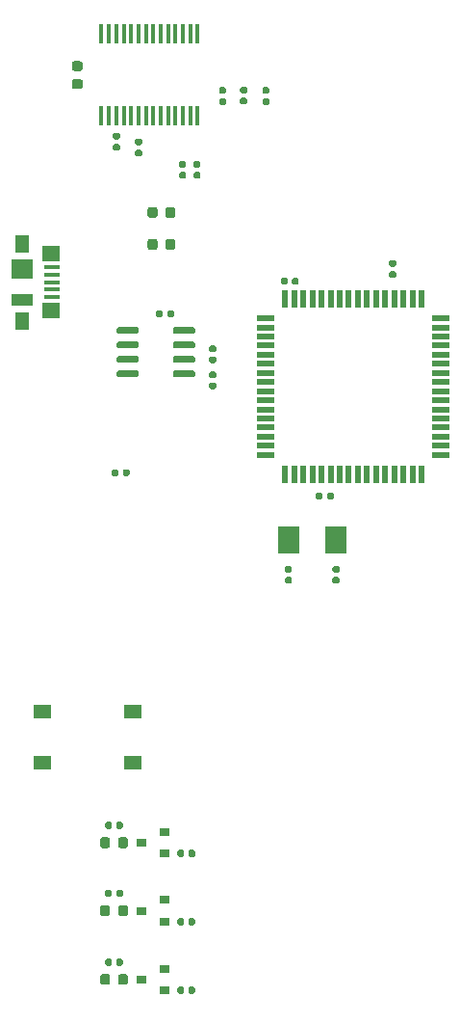
<source format=gtp>
G04 #@! TF.GenerationSoftware,KiCad,Pcbnew,5.1.6-c6e7f7d~86~ubuntu18.04.1*
G04 #@! TF.CreationDate,2020-07-07T21:11:44+12:00*
G04 #@! TF.ProjectId,M1 Control Card,4d312043-6f6e-4747-926f-6c2043617264,rev?*
G04 #@! TF.SameCoordinates,Original*
G04 #@! TF.FileFunction,Paste,Top*
G04 #@! TF.FilePolarity,Positive*
%FSLAX46Y46*%
G04 Gerber Fmt 4.6, Leading zero omitted, Abs format (unit mm)*
G04 Created by KiCad (PCBNEW 5.1.6-c6e7f7d~86~ubuntu18.04.1) date 2020-07-07 21:11:44*
%MOMM*%
%LPD*%
G01*
G04 APERTURE LIST*
%ADD10R,0.900000X0.800000*%
%ADD11R,0.450000X1.750000*%
%ADD12R,1.500000X0.550000*%
%ADD13R,0.550000X1.500000*%
%ADD14R,1.380000X0.450000*%
%ADD15R,1.550000X1.425000*%
%ADD16R,1.300000X1.650000*%
%ADD17R,1.900000X1.800000*%
%ADD18R,1.900000X1.000000*%
%ADD19R,1.900000X2.400000*%
%ADD20R,1.550000X1.300000*%
G04 APERTURE END LIST*
G36*
G01*
X145043500Y-57168000D02*
X145388500Y-57168000D01*
G75*
G02*
X145536000Y-57315500I0J-147500D01*
G01*
X145536000Y-57610500D01*
G75*
G02*
X145388500Y-57758000I-147500J0D01*
G01*
X145043500Y-57758000D01*
G75*
G02*
X144896000Y-57610500I0J147500D01*
G01*
X144896000Y-57315500D01*
G75*
G02*
X145043500Y-57168000I147500J0D01*
G01*
G37*
G36*
G01*
X145043500Y-58138000D02*
X145388500Y-58138000D01*
G75*
G02*
X145536000Y-58285500I0J-147500D01*
G01*
X145536000Y-58580500D01*
G75*
G02*
X145388500Y-58728000I-147500J0D01*
G01*
X145043500Y-58728000D01*
G75*
G02*
X144896000Y-58580500I0J147500D01*
G01*
X144896000Y-58285500D01*
G75*
G02*
X145043500Y-58138000I147500J0D01*
G01*
G37*
G36*
G01*
X133085000Y-123249750D02*
X133085000Y-123762250D01*
G75*
G02*
X132866250Y-123981000I-218750J0D01*
G01*
X132428750Y-123981000D01*
G75*
G02*
X132210000Y-123762250I0J218750D01*
G01*
X132210000Y-123249750D01*
G75*
G02*
X132428750Y-123031000I218750J0D01*
G01*
X132866250Y-123031000D01*
G75*
G02*
X133085000Y-123249750I0J-218750D01*
G01*
G37*
G36*
G01*
X131510000Y-123249750D02*
X131510000Y-123762250D01*
G75*
G02*
X131291250Y-123981000I-218750J0D01*
G01*
X130853750Y-123981000D01*
G75*
G02*
X130635000Y-123762250I0J218750D01*
G01*
X130635000Y-123249750D01*
G75*
G02*
X130853750Y-123031000I218750J0D01*
G01*
X131291250Y-123031000D01*
G75*
G02*
X131510000Y-123249750I0J-218750D01*
G01*
G37*
G36*
G01*
X131510000Y-129223750D02*
X131510000Y-129736250D01*
G75*
G02*
X131291250Y-129955000I-218750J0D01*
G01*
X130853750Y-129955000D01*
G75*
G02*
X130635000Y-129736250I0J218750D01*
G01*
X130635000Y-129223750D01*
G75*
G02*
X130853750Y-129005000I218750J0D01*
G01*
X131291250Y-129005000D01*
G75*
G02*
X131510000Y-129223750I0J-218750D01*
G01*
G37*
G36*
G01*
X133085000Y-129223750D02*
X133085000Y-129736250D01*
G75*
G02*
X132866250Y-129955000I-218750J0D01*
G01*
X132428750Y-129955000D01*
G75*
G02*
X132210000Y-129736250I0J218750D01*
G01*
X132210000Y-129223750D01*
G75*
G02*
X132428750Y-129005000I218750J0D01*
G01*
X132866250Y-129005000D01*
G75*
G02*
X133085000Y-129223750I0J-218750D01*
G01*
G37*
G36*
G01*
X137254000Y-70713750D02*
X137254000Y-71226250D01*
G75*
G02*
X137035250Y-71445000I-218750J0D01*
G01*
X136597750Y-71445000D01*
G75*
G02*
X136379000Y-71226250I0J218750D01*
G01*
X136379000Y-70713750D01*
G75*
G02*
X136597750Y-70495000I218750J0D01*
G01*
X137035250Y-70495000D01*
G75*
G02*
X137254000Y-70713750I0J-218750D01*
G01*
G37*
G36*
G01*
X135679000Y-70713750D02*
X135679000Y-71226250D01*
G75*
G02*
X135460250Y-71445000I-218750J0D01*
G01*
X135022750Y-71445000D01*
G75*
G02*
X134804000Y-71226250I0J218750D01*
G01*
X134804000Y-70713750D01*
G75*
G02*
X135022750Y-70495000I218750J0D01*
G01*
X135460250Y-70495000D01*
G75*
G02*
X135679000Y-70713750I0J-218750D01*
G01*
G37*
G36*
G01*
X135679000Y-67913750D02*
X135679000Y-68426250D01*
G75*
G02*
X135460250Y-68645000I-218750J0D01*
G01*
X135022750Y-68645000D01*
G75*
G02*
X134804000Y-68426250I0J218750D01*
G01*
X134804000Y-67913750D01*
G75*
G02*
X135022750Y-67695000I218750J0D01*
G01*
X135460250Y-67695000D01*
G75*
G02*
X135679000Y-67913750I0J-218750D01*
G01*
G37*
G36*
G01*
X137254000Y-67913750D02*
X137254000Y-68426250D01*
G75*
G02*
X137035250Y-68645000I-218750J0D01*
G01*
X136597750Y-68645000D01*
G75*
G02*
X136379000Y-68426250I0J218750D01*
G01*
X136379000Y-67913750D01*
G75*
G02*
X136597750Y-67695000I218750J0D01*
G01*
X137035250Y-67695000D01*
G75*
G02*
X137254000Y-67913750I0J-218750D01*
G01*
G37*
G36*
G01*
X133085000Y-135254750D02*
X133085000Y-135767250D01*
G75*
G02*
X132866250Y-135986000I-218750J0D01*
G01*
X132428750Y-135986000D01*
G75*
G02*
X132210000Y-135767250I0J218750D01*
G01*
X132210000Y-135254750D01*
G75*
G02*
X132428750Y-135036000I218750J0D01*
G01*
X132866250Y-135036000D01*
G75*
G02*
X133085000Y-135254750I0J-218750D01*
G01*
G37*
G36*
G01*
X131510000Y-135254750D02*
X131510000Y-135767250D01*
G75*
G02*
X131291250Y-135986000I-218750J0D01*
G01*
X130853750Y-135986000D01*
G75*
G02*
X130635000Y-135767250I0J218750D01*
G01*
X130635000Y-135254750D01*
G75*
G02*
X130853750Y-135036000I218750J0D01*
G01*
X131291250Y-135036000D01*
G75*
G02*
X131510000Y-135254750I0J-218750D01*
G01*
G37*
D10*
X136289000Y-124456000D03*
X136289000Y-122556000D03*
X134289000Y-123506000D03*
X136289000Y-130430000D03*
X136289000Y-128530000D03*
X134289000Y-129480000D03*
X134289000Y-135511000D03*
X136289000Y-134561000D03*
X136289000Y-136461000D03*
D11*
X139206000Y-52507000D03*
X138556000Y-52507000D03*
X137906000Y-52507000D03*
X137256000Y-52507000D03*
X136606000Y-52507000D03*
X135956000Y-52507000D03*
X135306000Y-52507000D03*
X134656000Y-52507000D03*
X134006000Y-52507000D03*
X133356000Y-52507000D03*
X132706000Y-52507000D03*
X132056000Y-52507000D03*
X131406000Y-52507000D03*
X130756000Y-52507000D03*
X130756000Y-59707000D03*
X131406000Y-59707000D03*
X132056000Y-59707000D03*
X132706000Y-59707000D03*
X133356000Y-59707000D03*
X134006000Y-59707000D03*
X134656000Y-59707000D03*
X135306000Y-59707000D03*
X135956000Y-59707000D03*
X136606000Y-59707000D03*
X137256000Y-59707000D03*
X137906000Y-59707000D03*
X138556000Y-59707000D03*
X139206000Y-59707000D03*
G36*
G01*
X132073000Y-78682000D02*
X132073000Y-78382000D01*
G75*
G02*
X132223000Y-78232000I150000J0D01*
G01*
X133873000Y-78232000D01*
G75*
G02*
X134023000Y-78382000I0J-150000D01*
G01*
X134023000Y-78682000D01*
G75*
G02*
X133873000Y-78832000I-150000J0D01*
G01*
X132223000Y-78832000D01*
G75*
G02*
X132073000Y-78682000I0J150000D01*
G01*
G37*
G36*
G01*
X132073000Y-79952000D02*
X132073000Y-79652000D01*
G75*
G02*
X132223000Y-79502000I150000J0D01*
G01*
X133873000Y-79502000D01*
G75*
G02*
X134023000Y-79652000I0J-150000D01*
G01*
X134023000Y-79952000D01*
G75*
G02*
X133873000Y-80102000I-150000J0D01*
G01*
X132223000Y-80102000D01*
G75*
G02*
X132073000Y-79952000I0J150000D01*
G01*
G37*
G36*
G01*
X132073000Y-81222000D02*
X132073000Y-80922000D01*
G75*
G02*
X132223000Y-80772000I150000J0D01*
G01*
X133873000Y-80772000D01*
G75*
G02*
X134023000Y-80922000I0J-150000D01*
G01*
X134023000Y-81222000D01*
G75*
G02*
X133873000Y-81372000I-150000J0D01*
G01*
X132223000Y-81372000D01*
G75*
G02*
X132073000Y-81222000I0J150000D01*
G01*
G37*
G36*
G01*
X132073000Y-82492000D02*
X132073000Y-82192000D01*
G75*
G02*
X132223000Y-82042000I150000J0D01*
G01*
X133873000Y-82042000D01*
G75*
G02*
X134023000Y-82192000I0J-150000D01*
G01*
X134023000Y-82492000D01*
G75*
G02*
X133873000Y-82642000I-150000J0D01*
G01*
X132223000Y-82642000D01*
G75*
G02*
X132073000Y-82492000I0J150000D01*
G01*
G37*
G36*
G01*
X137023000Y-82492000D02*
X137023000Y-82192000D01*
G75*
G02*
X137173000Y-82042000I150000J0D01*
G01*
X138823000Y-82042000D01*
G75*
G02*
X138973000Y-82192000I0J-150000D01*
G01*
X138973000Y-82492000D01*
G75*
G02*
X138823000Y-82642000I-150000J0D01*
G01*
X137173000Y-82642000D01*
G75*
G02*
X137023000Y-82492000I0J150000D01*
G01*
G37*
G36*
G01*
X137023000Y-81222000D02*
X137023000Y-80922000D01*
G75*
G02*
X137173000Y-80772000I150000J0D01*
G01*
X138823000Y-80772000D01*
G75*
G02*
X138973000Y-80922000I0J-150000D01*
G01*
X138973000Y-81222000D01*
G75*
G02*
X138823000Y-81372000I-150000J0D01*
G01*
X137173000Y-81372000D01*
G75*
G02*
X137023000Y-81222000I0J150000D01*
G01*
G37*
G36*
G01*
X137023000Y-79952000D02*
X137023000Y-79652000D01*
G75*
G02*
X137173000Y-79502000I150000J0D01*
G01*
X138823000Y-79502000D01*
G75*
G02*
X138973000Y-79652000I0J-150000D01*
G01*
X138973000Y-79952000D01*
G75*
G02*
X138823000Y-80102000I-150000J0D01*
G01*
X137173000Y-80102000D01*
G75*
G02*
X137023000Y-79952000I0J150000D01*
G01*
G37*
G36*
G01*
X137023000Y-78682000D02*
X137023000Y-78382000D01*
G75*
G02*
X137173000Y-78232000I150000J0D01*
G01*
X138823000Y-78232000D01*
G75*
G02*
X138973000Y-78382000I0J-150000D01*
G01*
X138973000Y-78682000D01*
G75*
G02*
X138823000Y-78832000I-150000J0D01*
G01*
X137173000Y-78832000D01*
G75*
G02*
X137023000Y-78682000I0J150000D01*
G01*
G37*
D12*
X145215000Y-77455000D03*
X145215000Y-78255000D03*
X145215000Y-79055000D03*
X145215000Y-79855000D03*
X145215000Y-80655000D03*
X145215000Y-81455000D03*
X145215000Y-82255000D03*
X145215000Y-83055000D03*
X145215000Y-83855000D03*
X145215000Y-84655000D03*
X145215000Y-85455000D03*
X145215000Y-86255000D03*
X145215000Y-87055000D03*
X145215000Y-87855000D03*
X145215000Y-88655000D03*
X145215000Y-89455000D03*
D13*
X146915000Y-91155000D03*
X147715000Y-91155000D03*
X148515000Y-91155000D03*
X149315000Y-91155000D03*
X150115000Y-91155000D03*
X150915000Y-91155000D03*
X151715000Y-91155000D03*
X152515000Y-91155000D03*
X153315000Y-91155000D03*
X154115000Y-91155000D03*
X154915000Y-91155000D03*
X155715000Y-91155000D03*
X156515000Y-91155000D03*
X157315000Y-91155000D03*
X158115000Y-91155000D03*
X158915000Y-91155000D03*
D12*
X160615000Y-89455000D03*
X160615000Y-88655000D03*
X160615000Y-87855000D03*
X160615000Y-87055000D03*
X160615000Y-86255000D03*
X160615000Y-85455000D03*
X160615000Y-84655000D03*
X160615000Y-83855000D03*
X160615000Y-83055000D03*
X160615000Y-82255000D03*
X160615000Y-81455000D03*
X160615000Y-80655000D03*
X160615000Y-79855000D03*
X160615000Y-79055000D03*
X160615000Y-78255000D03*
X160615000Y-77455000D03*
D13*
X158915000Y-75755000D03*
X158115000Y-75755000D03*
X157315000Y-75755000D03*
X156515000Y-75755000D03*
X155715000Y-75755000D03*
X154915000Y-75755000D03*
X154115000Y-75755000D03*
X153315000Y-75755000D03*
X152515000Y-75755000D03*
X151715000Y-75755000D03*
X150915000Y-75755000D03*
X150115000Y-75755000D03*
X149315000Y-75755000D03*
X148515000Y-75755000D03*
X147715000Y-75755000D03*
X146915000Y-75755000D03*
D14*
X126399000Y-72984000D03*
X126399000Y-73634000D03*
X126399000Y-74284000D03*
X126399000Y-74934000D03*
X126399000Y-75584000D03*
D15*
X126314000Y-71796500D03*
X126314000Y-76771500D03*
D16*
X123739000Y-70909000D03*
X123739000Y-77659000D03*
D17*
X123739000Y-73134000D03*
D18*
X123739000Y-75834000D03*
G36*
G01*
X133833500Y-61677000D02*
X134178500Y-61677000D01*
G75*
G02*
X134326000Y-61824500I0J-147500D01*
G01*
X134326000Y-62119500D01*
G75*
G02*
X134178500Y-62267000I-147500J0D01*
G01*
X133833500Y-62267000D01*
G75*
G02*
X133686000Y-62119500I0J147500D01*
G01*
X133686000Y-61824500D01*
G75*
G02*
X133833500Y-61677000I147500J0D01*
G01*
G37*
G36*
G01*
X133833500Y-62647000D02*
X134178500Y-62647000D01*
G75*
G02*
X134326000Y-62794500I0J-147500D01*
G01*
X134326000Y-63089500D01*
G75*
G02*
X134178500Y-63237000I-147500J0D01*
G01*
X133833500Y-63237000D01*
G75*
G02*
X133686000Y-63089500I0J147500D01*
G01*
X133686000Y-62794500D01*
G75*
G02*
X133833500Y-62647000I147500J0D01*
G01*
G37*
G36*
G01*
X128887250Y-57332000D02*
X128374750Y-57332000D01*
G75*
G02*
X128156000Y-57113250I0J218750D01*
G01*
X128156000Y-56675750D01*
G75*
G02*
X128374750Y-56457000I218750J0D01*
G01*
X128887250Y-56457000D01*
G75*
G02*
X129106000Y-56675750I0J-218750D01*
G01*
X129106000Y-57113250D01*
G75*
G02*
X128887250Y-57332000I-218750J0D01*
G01*
G37*
G36*
G01*
X128887250Y-55757000D02*
X128374750Y-55757000D01*
G75*
G02*
X128156000Y-55538250I0J218750D01*
G01*
X128156000Y-55100750D01*
G75*
G02*
X128374750Y-54882000I218750J0D01*
G01*
X128887250Y-54882000D01*
G75*
G02*
X129106000Y-55100750I0J-218750D01*
G01*
X129106000Y-55538250D01*
G75*
G02*
X128887250Y-55757000I-218750J0D01*
G01*
G37*
G36*
G01*
X131883500Y-62139000D02*
X132228500Y-62139000D01*
G75*
G02*
X132376000Y-62286500I0J-147500D01*
G01*
X132376000Y-62581500D01*
G75*
G02*
X132228500Y-62729000I-147500J0D01*
G01*
X131883500Y-62729000D01*
G75*
G02*
X131736000Y-62581500I0J147500D01*
G01*
X131736000Y-62286500D01*
G75*
G02*
X131883500Y-62139000I147500J0D01*
G01*
G37*
G36*
G01*
X131883500Y-61169000D02*
X132228500Y-61169000D01*
G75*
G02*
X132376000Y-61316500I0J-147500D01*
G01*
X132376000Y-61611500D01*
G75*
G02*
X132228500Y-61759000I-147500J0D01*
G01*
X131883500Y-61759000D01*
G75*
G02*
X131736000Y-61611500I0J147500D01*
G01*
X131736000Y-61316500D01*
G75*
G02*
X131883500Y-61169000I147500J0D01*
G01*
G37*
G36*
G01*
X143426500Y-58681000D02*
X143081500Y-58681000D01*
G75*
G02*
X142934000Y-58533500I0J147500D01*
G01*
X142934000Y-58238500D01*
G75*
G02*
X143081500Y-58091000I147500J0D01*
G01*
X143426500Y-58091000D01*
G75*
G02*
X143574000Y-58238500I0J-147500D01*
G01*
X143574000Y-58533500D01*
G75*
G02*
X143426500Y-58681000I-147500J0D01*
G01*
G37*
G36*
G01*
X143426500Y-57711000D02*
X143081500Y-57711000D01*
G75*
G02*
X142934000Y-57563500I0J147500D01*
G01*
X142934000Y-57268500D01*
G75*
G02*
X143081500Y-57121000I147500J0D01*
G01*
X143426500Y-57121000D01*
G75*
G02*
X143574000Y-57268500I0J-147500D01*
G01*
X143574000Y-57563500D01*
G75*
G02*
X143426500Y-57711000I-147500J0D01*
G01*
G37*
G36*
G01*
X151215500Y-100171000D02*
X151560500Y-100171000D01*
G75*
G02*
X151708000Y-100318500I0J-147500D01*
G01*
X151708000Y-100613500D01*
G75*
G02*
X151560500Y-100761000I-147500J0D01*
G01*
X151215500Y-100761000D01*
G75*
G02*
X151068000Y-100613500I0J147500D01*
G01*
X151068000Y-100318500D01*
G75*
G02*
X151215500Y-100171000I147500J0D01*
G01*
G37*
G36*
G01*
X151215500Y-99201000D02*
X151560500Y-99201000D01*
G75*
G02*
X151708000Y-99348500I0J-147500D01*
G01*
X151708000Y-99643500D01*
G75*
G02*
X151560500Y-99791000I-147500J0D01*
G01*
X151215500Y-99791000D01*
G75*
G02*
X151068000Y-99643500I0J147500D01*
G01*
X151068000Y-99348500D01*
G75*
G02*
X151215500Y-99201000I147500J0D01*
G01*
G37*
G36*
G01*
X147024500Y-99201000D02*
X147369500Y-99201000D01*
G75*
G02*
X147517000Y-99348500I0J-147500D01*
G01*
X147517000Y-99643500D01*
G75*
G02*
X147369500Y-99791000I-147500J0D01*
G01*
X147024500Y-99791000D01*
G75*
G02*
X146877000Y-99643500I0J147500D01*
G01*
X146877000Y-99348500D01*
G75*
G02*
X147024500Y-99201000I147500J0D01*
G01*
G37*
G36*
G01*
X147024500Y-100171000D02*
X147369500Y-100171000D01*
G75*
G02*
X147517000Y-100318500I0J-147500D01*
G01*
X147517000Y-100613500D01*
G75*
G02*
X147369500Y-100761000I-147500J0D01*
G01*
X147024500Y-100761000D01*
G75*
G02*
X146877000Y-100613500I0J147500D01*
G01*
X146877000Y-100318500D01*
G75*
G02*
X147024500Y-100171000I147500J0D01*
G01*
G37*
G36*
G01*
X136532000Y-77230500D02*
X136532000Y-76885500D01*
G75*
G02*
X136679500Y-76738000I147500J0D01*
G01*
X136974500Y-76738000D01*
G75*
G02*
X137122000Y-76885500I0J-147500D01*
G01*
X137122000Y-77230500D01*
G75*
G02*
X136974500Y-77378000I-147500J0D01*
G01*
X136679500Y-77378000D01*
G75*
G02*
X136532000Y-77230500I0J147500D01*
G01*
G37*
G36*
G01*
X135562000Y-77230500D02*
X135562000Y-76885500D01*
G75*
G02*
X135709500Y-76738000I147500J0D01*
G01*
X136004500Y-76738000D01*
G75*
G02*
X136152000Y-76885500I0J-147500D01*
G01*
X136152000Y-77230500D01*
G75*
G02*
X136004500Y-77378000I-147500J0D01*
G01*
X135709500Y-77378000D01*
G75*
G02*
X135562000Y-77230500I0J147500D01*
G01*
G37*
G36*
G01*
X151174000Y-92887500D02*
X151174000Y-93232500D01*
G75*
G02*
X151026500Y-93380000I-147500J0D01*
G01*
X150731500Y-93380000D01*
G75*
G02*
X150584000Y-93232500I0J147500D01*
G01*
X150584000Y-92887500D01*
G75*
G02*
X150731500Y-92740000I147500J0D01*
G01*
X151026500Y-92740000D01*
G75*
G02*
X151174000Y-92887500I0J-147500D01*
G01*
G37*
G36*
G01*
X150204000Y-92887500D02*
X150204000Y-93232500D01*
G75*
G02*
X150056500Y-93380000I-147500J0D01*
G01*
X149761500Y-93380000D01*
G75*
G02*
X149614000Y-93232500I0J147500D01*
G01*
X149614000Y-92887500D01*
G75*
G02*
X149761500Y-92740000I147500J0D01*
G01*
X150056500Y-92740000D01*
G75*
G02*
X150204000Y-92887500I0J-147500D01*
G01*
G37*
G36*
G01*
X138990000Y-124283500D02*
X138990000Y-124628500D01*
G75*
G02*
X138842500Y-124776000I-147500J0D01*
G01*
X138547500Y-124776000D01*
G75*
G02*
X138400000Y-124628500I0J147500D01*
G01*
X138400000Y-124283500D01*
G75*
G02*
X138547500Y-124136000I147500J0D01*
G01*
X138842500Y-124136000D01*
G75*
G02*
X138990000Y-124283500I0J-147500D01*
G01*
G37*
G36*
G01*
X138020000Y-124283500D02*
X138020000Y-124628500D01*
G75*
G02*
X137872500Y-124776000I-147500J0D01*
G01*
X137577500Y-124776000D01*
G75*
G02*
X137430000Y-124628500I0J147500D01*
G01*
X137430000Y-124283500D01*
G75*
G02*
X137577500Y-124136000I147500J0D01*
G01*
X137872500Y-124136000D01*
G75*
G02*
X138020000Y-124283500I0J-147500D01*
G01*
G37*
G36*
G01*
X131670000Y-121809500D02*
X131670000Y-122154500D01*
G75*
G02*
X131522500Y-122302000I-147500J0D01*
G01*
X131227500Y-122302000D01*
G75*
G02*
X131080000Y-122154500I0J147500D01*
G01*
X131080000Y-121809500D01*
G75*
G02*
X131227500Y-121662000I147500J0D01*
G01*
X131522500Y-121662000D01*
G75*
G02*
X131670000Y-121809500I0J-147500D01*
G01*
G37*
G36*
G01*
X132640000Y-121809500D02*
X132640000Y-122154500D01*
G75*
G02*
X132492500Y-122302000I-147500J0D01*
G01*
X132197500Y-122302000D01*
G75*
G02*
X132050000Y-122154500I0J147500D01*
G01*
X132050000Y-121809500D01*
G75*
G02*
X132197500Y-121662000I147500J0D01*
G01*
X132492500Y-121662000D01*
G75*
G02*
X132640000Y-121809500I0J-147500D01*
G01*
G37*
G36*
G01*
X138020000Y-130257500D02*
X138020000Y-130602500D01*
G75*
G02*
X137872500Y-130750000I-147500J0D01*
G01*
X137577500Y-130750000D01*
G75*
G02*
X137430000Y-130602500I0J147500D01*
G01*
X137430000Y-130257500D01*
G75*
G02*
X137577500Y-130110000I147500J0D01*
G01*
X137872500Y-130110000D01*
G75*
G02*
X138020000Y-130257500I0J-147500D01*
G01*
G37*
G36*
G01*
X138990000Y-130257500D02*
X138990000Y-130602500D01*
G75*
G02*
X138842500Y-130750000I-147500J0D01*
G01*
X138547500Y-130750000D01*
G75*
G02*
X138400000Y-130602500I0J147500D01*
G01*
X138400000Y-130257500D01*
G75*
G02*
X138547500Y-130110000I147500J0D01*
G01*
X138842500Y-130110000D01*
G75*
G02*
X138990000Y-130257500I0J-147500D01*
G01*
G37*
G36*
G01*
X132640000Y-127783500D02*
X132640000Y-128128500D01*
G75*
G02*
X132492500Y-128276000I-147500J0D01*
G01*
X132197500Y-128276000D01*
G75*
G02*
X132050000Y-128128500I0J147500D01*
G01*
X132050000Y-127783500D01*
G75*
G02*
X132197500Y-127636000I147500J0D01*
G01*
X132492500Y-127636000D01*
G75*
G02*
X132640000Y-127783500I0J-147500D01*
G01*
G37*
G36*
G01*
X131670000Y-127783500D02*
X131670000Y-128128500D01*
G75*
G02*
X131522500Y-128276000I-147500J0D01*
G01*
X131227500Y-128276000D01*
G75*
G02*
X131080000Y-128128500I0J147500D01*
G01*
X131080000Y-127783500D01*
G75*
G02*
X131227500Y-127636000I147500J0D01*
G01*
X131522500Y-127636000D01*
G75*
G02*
X131670000Y-127783500I0J-147500D01*
G01*
G37*
G36*
G01*
X131652000Y-91200500D02*
X131652000Y-90855500D01*
G75*
G02*
X131799500Y-90708000I147500J0D01*
G01*
X132094500Y-90708000D01*
G75*
G02*
X132242000Y-90855500I0J-147500D01*
G01*
X132242000Y-91200500D01*
G75*
G02*
X132094500Y-91348000I-147500J0D01*
G01*
X131799500Y-91348000D01*
G75*
G02*
X131652000Y-91200500I0J147500D01*
G01*
G37*
G36*
G01*
X132622000Y-91200500D02*
X132622000Y-90855500D01*
G75*
G02*
X132769500Y-90708000I147500J0D01*
G01*
X133064500Y-90708000D01*
G75*
G02*
X133212000Y-90855500I0J-147500D01*
G01*
X133212000Y-91200500D01*
G75*
G02*
X133064500Y-91348000I-147500J0D01*
G01*
X132769500Y-91348000D01*
G75*
G02*
X132622000Y-91200500I0J147500D01*
G01*
G37*
G36*
G01*
X141233500Y-58138000D02*
X141578500Y-58138000D01*
G75*
G02*
X141726000Y-58285500I0J-147500D01*
G01*
X141726000Y-58580500D01*
G75*
G02*
X141578500Y-58728000I-147500J0D01*
G01*
X141233500Y-58728000D01*
G75*
G02*
X141086000Y-58580500I0J147500D01*
G01*
X141086000Y-58285500D01*
G75*
G02*
X141233500Y-58138000I147500J0D01*
G01*
G37*
G36*
G01*
X141233500Y-57168000D02*
X141578500Y-57168000D01*
G75*
G02*
X141726000Y-57315500I0J-147500D01*
G01*
X141726000Y-57610500D01*
G75*
G02*
X141578500Y-57758000I-147500J0D01*
G01*
X141233500Y-57758000D01*
G75*
G02*
X141086000Y-57610500I0J147500D01*
G01*
X141086000Y-57315500D01*
G75*
G02*
X141233500Y-57168000I147500J0D01*
G01*
G37*
G36*
G01*
X138977500Y-63645000D02*
X139322500Y-63645000D01*
G75*
G02*
X139470000Y-63792500I0J-147500D01*
G01*
X139470000Y-64087500D01*
G75*
G02*
X139322500Y-64235000I-147500J0D01*
G01*
X138977500Y-64235000D01*
G75*
G02*
X138830000Y-64087500I0J147500D01*
G01*
X138830000Y-63792500D01*
G75*
G02*
X138977500Y-63645000I147500J0D01*
G01*
G37*
G36*
G01*
X138977500Y-64615000D02*
X139322500Y-64615000D01*
G75*
G02*
X139470000Y-64762500I0J-147500D01*
G01*
X139470000Y-65057500D01*
G75*
G02*
X139322500Y-65205000I-147500J0D01*
G01*
X138977500Y-65205000D01*
G75*
G02*
X138830000Y-65057500I0J147500D01*
G01*
X138830000Y-64762500D01*
G75*
G02*
X138977500Y-64615000I147500J0D01*
G01*
G37*
G36*
G01*
X137707500Y-64615000D02*
X138052500Y-64615000D01*
G75*
G02*
X138200000Y-64762500I0J-147500D01*
G01*
X138200000Y-65057500D01*
G75*
G02*
X138052500Y-65205000I-147500J0D01*
G01*
X137707500Y-65205000D01*
G75*
G02*
X137560000Y-65057500I0J147500D01*
G01*
X137560000Y-64762500D01*
G75*
G02*
X137707500Y-64615000I147500J0D01*
G01*
G37*
G36*
G01*
X137707500Y-63645000D02*
X138052500Y-63645000D01*
G75*
G02*
X138200000Y-63792500I0J-147500D01*
G01*
X138200000Y-64087500D01*
G75*
G02*
X138052500Y-64235000I-147500J0D01*
G01*
X137707500Y-64235000D01*
G75*
G02*
X137560000Y-64087500I0J147500D01*
G01*
X137560000Y-63792500D01*
G75*
G02*
X137707500Y-63645000I147500J0D01*
G01*
G37*
G36*
G01*
X138990000Y-136288500D02*
X138990000Y-136633500D01*
G75*
G02*
X138842500Y-136781000I-147500J0D01*
G01*
X138547500Y-136781000D01*
G75*
G02*
X138400000Y-136633500I0J147500D01*
G01*
X138400000Y-136288500D01*
G75*
G02*
X138547500Y-136141000I147500J0D01*
G01*
X138842500Y-136141000D01*
G75*
G02*
X138990000Y-136288500I0J-147500D01*
G01*
G37*
G36*
G01*
X138020000Y-136288500D02*
X138020000Y-136633500D01*
G75*
G02*
X137872500Y-136781000I-147500J0D01*
G01*
X137577500Y-136781000D01*
G75*
G02*
X137430000Y-136633500I0J147500D01*
G01*
X137430000Y-136288500D01*
G75*
G02*
X137577500Y-136141000I147500J0D01*
G01*
X137872500Y-136141000D01*
G75*
G02*
X138020000Y-136288500I0J-147500D01*
G01*
G37*
G36*
G01*
X131670000Y-133814500D02*
X131670000Y-134159500D01*
G75*
G02*
X131522500Y-134307000I-147500J0D01*
G01*
X131227500Y-134307000D01*
G75*
G02*
X131080000Y-134159500I0J147500D01*
G01*
X131080000Y-133814500D01*
G75*
G02*
X131227500Y-133667000I147500J0D01*
G01*
X131522500Y-133667000D01*
G75*
G02*
X131670000Y-133814500I0J-147500D01*
G01*
G37*
G36*
G01*
X132640000Y-133814500D02*
X132640000Y-134159500D01*
G75*
G02*
X132492500Y-134307000I-147500J0D01*
G01*
X132197500Y-134307000D01*
G75*
G02*
X132050000Y-134159500I0J147500D01*
G01*
X132050000Y-133814500D01*
G75*
G02*
X132197500Y-133667000I147500J0D01*
G01*
X132492500Y-133667000D01*
G75*
G02*
X132640000Y-133814500I0J-147500D01*
G01*
G37*
G36*
G01*
X140705500Y-83680000D02*
X140360500Y-83680000D01*
G75*
G02*
X140213000Y-83532500I0J147500D01*
G01*
X140213000Y-83237500D01*
G75*
G02*
X140360500Y-83090000I147500J0D01*
G01*
X140705500Y-83090000D01*
G75*
G02*
X140853000Y-83237500I0J-147500D01*
G01*
X140853000Y-83532500D01*
G75*
G02*
X140705500Y-83680000I-147500J0D01*
G01*
G37*
G36*
G01*
X140705500Y-82710000D02*
X140360500Y-82710000D01*
G75*
G02*
X140213000Y-82562500I0J147500D01*
G01*
X140213000Y-82267500D01*
G75*
G02*
X140360500Y-82120000I147500J0D01*
G01*
X140705500Y-82120000D01*
G75*
G02*
X140853000Y-82267500I0J-147500D01*
G01*
X140853000Y-82562500D01*
G75*
G02*
X140705500Y-82710000I-147500J0D01*
G01*
G37*
G36*
G01*
X140360500Y-80804000D02*
X140705500Y-80804000D01*
G75*
G02*
X140853000Y-80951500I0J-147500D01*
G01*
X140853000Y-81246500D01*
G75*
G02*
X140705500Y-81394000I-147500J0D01*
G01*
X140360500Y-81394000D01*
G75*
G02*
X140213000Y-81246500I0J147500D01*
G01*
X140213000Y-80951500D01*
G75*
G02*
X140360500Y-80804000I147500J0D01*
G01*
G37*
G36*
G01*
X140360500Y-79834000D02*
X140705500Y-79834000D01*
G75*
G02*
X140853000Y-79981500I0J-147500D01*
G01*
X140853000Y-80276500D01*
G75*
G02*
X140705500Y-80424000I-147500J0D01*
G01*
X140360500Y-80424000D01*
G75*
G02*
X140213000Y-80276500I0J147500D01*
G01*
X140213000Y-79981500D01*
G75*
G02*
X140360500Y-79834000I147500J0D01*
G01*
G37*
G36*
G01*
X156190500Y-72341000D02*
X156535500Y-72341000D01*
G75*
G02*
X156683000Y-72488500I0J-147500D01*
G01*
X156683000Y-72783500D01*
G75*
G02*
X156535500Y-72931000I-147500J0D01*
G01*
X156190500Y-72931000D01*
G75*
G02*
X156043000Y-72783500I0J147500D01*
G01*
X156043000Y-72488500D01*
G75*
G02*
X156190500Y-72341000I147500J0D01*
G01*
G37*
G36*
G01*
X156190500Y-73311000D02*
X156535500Y-73311000D01*
G75*
G02*
X156683000Y-73458500I0J-147500D01*
G01*
X156683000Y-73753500D01*
G75*
G02*
X156535500Y-73901000I-147500J0D01*
G01*
X156190500Y-73901000D01*
G75*
G02*
X156043000Y-73753500I0J147500D01*
G01*
X156043000Y-73458500D01*
G75*
G02*
X156190500Y-73311000I147500J0D01*
G01*
G37*
D19*
X151365000Y-96958000D03*
X147265000Y-96958000D03*
G36*
G01*
X148104000Y-74027500D02*
X148104000Y-74372500D01*
G75*
G02*
X147956500Y-74520000I-147500J0D01*
G01*
X147661500Y-74520000D01*
G75*
G02*
X147514000Y-74372500I0J147500D01*
G01*
X147514000Y-74027500D01*
G75*
G02*
X147661500Y-73880000I147500J0D01*
G01*
X147956500Y-73880000D01*
G75*
G02*
X148104000Y-74027500I0J-147500D01*
G01*
G37*
G36*
G01*
X147134000Y-74027500D02*
X147134000Y-74372500D01*
G75*
G02*
X146986500Y-74520000I-147500J0D01*
G01*
X146691500Y-74520000D01*
G75*
G02*
X146544000Y-74372500I0J147500D01*
G01*
X146544000Y-74027500D01*
G75*
G02*
X146691500Y-73880000I147500J0D01*
G01*
X146986500Y-73880000D01*
G75*
G02*
X147134000Y-74027500I0J-147500D01*
G01*
G37*
D20*
X133469000Y-111955000D03*
X133469000Y-116455000D03*
X125509000Y-116455000D03*
X125509000Y-111955000D03*
M02*

</source>
